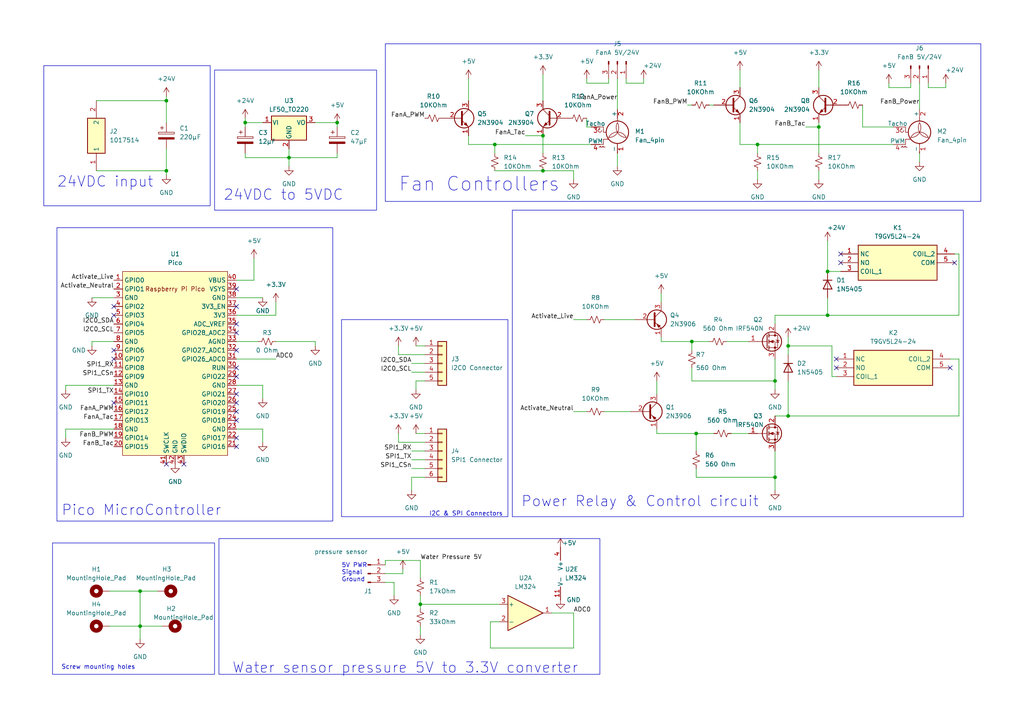
<source format=kicad_sch>
(kicad_sch (version 20230121) (generator eeschema)
  (paper "A4")
  (title_block (title "Pressure Controlled Power Outlet") (date "2024-07-18") (rev "V1.2.3") (company "Brian Banas"))
  (lib_symbols
    (symbol "Amplifier_Operational:LM324" (pin_names (offset 0.127))
      (property "Reference" "U" (at 0 5.08 0))
      (property "Value" "LM324" (at 0 -5.08 0))
      (symbol "LM324_1_1"
        (pin output line (at 7.62 0 180) (length 2.54) (name "~") (number "1"))
        (pin input line (at -7.62 -2.54 0) (length 2.54) (name "-") (number "2"))
        (pin input line (at -7.62 2.54 0) (length 2.54) (name "+") (number "3"))
      )
      (symbol "LM324_2_1"
        (pin input line (at -7.62 2.54 0) (length 2.54) (name "+") (number "5"))
        (pin input line (at -7.62 -2.54 0) (length 2.54) (name "-") (number "6"))
        (pin output line (at 7.62 0 180) (length 2.54) (name "~") (number "7"))
      )
      (symbol "LM324_3_1"
        (pin input line (at -7.62 2.54 0) (length 2.54) (name "+") (number "10"))
        (pin output line (at 7.62 0 180) (length 2.54) (name "~") (number "8"))
        (pin input line (at -7.62 -2.54 0) (length 2.54) (name "-") (number "9"))
      )
      (symbol "LM324_4_1"
        (pin input line (at -7.62 2.54 0) (length 2.54) (name "+") (number "12"))
        (pin input line (at -7.62 -2.54 0) (length 2.54) (name "-") (number "13"))
        (pin output line (at 7.62 0 180) (length 2.54) (name "~") (number "14"))
      )
      (symbol "LM324_5_1"
        (pin power_in line (at -2.54 -7.62 90) (length 3.81) (name "V-") (number "11"))
        (pin power_in line (at -2.54 7.62 270) (length 3.81) (name "V+") (number "4"))
      )
    )
    (symbol "Connector:Conn_01x03_Pin" (pin_names (offset 1.016) hide)
      (property "Reference" "J" (at 0 5.08 0))
      (property "Value" "Conn_01x03_Pin" (at 0 -5.08 0))
      (symbol "Conn_01x03_Pin_1_1"
        (pin passive line (at 5.08 2.54 180) (length 3.81) (name "Pin_1") (number "1"))
        (pin passive line (at 5.08 0 180) (length 3.81) (name "Pin_2") (number "2"))
        (pin passive line (at 5.08 -2.54 180) (length 3.81) (name "Pin_3") (number "3"))
      )
    )
    (symbol "Connector_Generic:Conn_01x05" (pin_names (offset 1.016) hide)
      (property "Reference" "J" (at 0 7.62 0))
      (property "Value" "Conn_01x05" (at 0 -7.62 0))
      (symbol "Conn_01x05_1_1"
        (pin passive line (at -5.08 5.08 0) (length 3.81) (name "Pin_1") (number "1"))
        (pin passive line (at -5.08 2.54 0) (length 3.81) (name "Pin_2") (number "2"))
        (pin passive line (at -5.08 0 0) (length 3.81) (name "Pin_3") (number "3"))
        (pin passive line (at -5.08 -2.54 0) (length 3.81) (name "Pin_4") (number "4"))
        (pin passive line (at -5.08 -5.08 0) (length 3.81) (name "Pin_5") (number "5"))
      )
    )
    (symbol "Connector_Generic:Conn_01x06" (pin_names (offset 1.016) hide)
      (property "Reference" "J" (at 0 7.62 0))
      (property "Value" "Conn_01x06" (at 0 -10.16 0))
      (symbol "Conn_01x06_1_1"
        (pin passive line (at -5.08 5.08 0) (length 3.81) (name "Pin_1") (number "1"))
        (pin passive line (at -5.08 2.54 0) (length 3.81) (name "Pin_2") (number "2"))
        (pin passive line (at -5.08 0 0) (length 3.81) (name "Pin_3") (number "3"))
        (pin passive line (at -5.08 -2.54 0) (length 3.81) (name "Pin_4") (number "4"))
        (pin passive line (at -5.08 -5.08 0) (length 3.81) (name "Pin_5") (number "5"))
        (pin passive line (at -5.08 -7.62 0) (length 3.81) (name "Pin_6") (number "6"))
      )
    )
    (symbol "Device:C_Polarized" (pin_numbers hide) (pin_names (offset 0.254))
      (property "Reference" "C" (at 0.635 2.54 0))
      (property "Value" "C_Polarized" (at 0.635 -2.54 0))
      (symbol "C_Polarized_1_1"
        (pin passive line (at 0 3.81 270) (length 2.794) (name "~") (number "1"))
        (pin passive line (at 0 -3.81 90) (length 2.794) (name "~") (number "2"))
      )
    )
    (symbol "Device:R_Small_US" (pin_numbers hide) (pin_names (offset 0.254) hide)
      (property "Reference" "R" (at 0.762 0.508 0))
      (property "Value" "R_Small_US" (at 0.762 -1.016 0))
      (symbol "R_Small_US_1_1"
        (pin passive line (at 0 2.54 270) (length 1.016) (name "~") (number "1"))
        (pin passive line (at 0 -2.54 90) (length 1.016) (name "~") (number "2"))
      )
    )
    (symbol "Diode:1N5405" (pin_numbers hide) (pin_names hide)
      (property "Reference" "D" (at 0 2.54 0))
      (property "Value" "1N5405" (at 0 -2.54 0))
      (symbol "1N5405_1_1"
        (pin passive line (at -3.81 0 0) (length 2.54) (name "K") (number "1"))
        (pin passive line (at 3.81 0 180) (length 2.54) (name "A") (number "2"))
      )
    )
    (symbol "Extra:1017514"
      (property "Reference" "J" (at 16.51 7.62 0))
      (property "Value" "1017514" (at 16.51 5.08 0))
      (symbol "1017514_1_1"
        (pin passive line (at 0 0 0) (length 5.08) (name "1") (number "1"))
        (pin passive line (at 20.32 0 180) (length 5.08) (name "2") (number "2"))
      )
    )
    (symbol "Extra:T9GV5L24-24"
      (property "Reference" "K" (at 29.21 7.62 0))
      (property "Value" "T9GV5L24-24" (at 29.21 5.08 0))
      (symbol "T9GV5L24-24_1_1"
        (pin passive line (at 0 0 0) (length 5.08) (name "NC") (number "1"))
        (pin passive line (at 0 -2.54 0) (length 5.08) (name "NO") (number "2"))
        (pin passive line (at 0 -5.08 0) (length 5.08) (name "COIL_1") (number "3"))
        (pin passive line (at 33.02 0 180) (length 5.08) (name "COIL_2") (number "4"))
        (pin passive line (at 33.02 -2.54 180) (length 5.08) (name "COM") (number "5"))
      )
    )
    (symbol "MCU_RaspberryPi_and_Boards:Pico"
      (property "Reference" "U" (at -13.97 27.94 0))
      (property "Value" "Pico" (at 0 19.05 0))
      (symbol "Pico_0_0"
        (text "Raspberry Pi Pico" (at 0 21.59 0) (effects (font (size 1.27 1.27))))
      )
      (symbol "Pico_1_1"
        (pin bidirectional line (at -17.78 24.13 0) (length 2.54) (name "GPIO0") (number "1"))
        (pin bidirectional line (at -17.78 1.27 0) (length 2.54) (name "GPIO7") (number "10"))
        (pin bidirectional line (at -17.78 -1.27 0) (length 2.54) (name "GPIO8") (number "11"))
        (pin bidirectional line (at -17.78 -3.81 0) (length 2.54) (name "GPIO9") (number "12"))
        (pin power_in line (at -17.78 -6.35 0) (length 2.54) (name "GND") (number "13"))
        (pin bidirectional line (at -17.78 -8.89 0) (length 2.54) (name "GPIO10") (number "14"))
        (pin bidirectional line (at -17.78 -11.43 0) (length 2.54) (name "GPIO11") (number "15"))
        (pin bidirectional line (at -17.78 -13.97 0) (length 2.54) (name "GPIO12") (number "16"))
        (pin bidirectional line (at -17.78 -16.51 0) (length 2.54) (name "GPIO13") (number "17"))
        (pin power_in line (at -17.78 -19.05 0) (length 2.54) (name "GND") (number "18"))
        (pin bidirectional line (at -17.78 -21.59 0) (length 2.54) (name "GPIO14") (number "19"))
        (pin bidirectional line (at -17.78 21.59 0) (length 2.54) (name "GPIO1") (number "2"))
        (pin bidirectional line (at -17.78 -24.13 0) (length 2.54) (name "GPIO15") (number "20"))
        (pin bidirectional line (at 17.78 -24.13 180) (length 2.54) (name "GPIO16") (number "21"))
        (pin bidirectional line (at 17.78 -21.59 180) (length 2.54) (name "GPIO17") (number "22"))
        (pin power_in line (at 17.78 -19.05 180) (length 2.54) (name "GND") (number "23"))
        (pin bidirectional line (at 17.78 -16.51 180) (length 2.54) (name "GPIO18") (number "24"))
        (pin bidirectional line (at 17.78 -13.97 180) (length 2.54) (name "GPIO19") (number "25"))
        (pin bidirectional line (at 17.78 -11.43 180) (length 2.54) (name "GPIO20") (number "26"))
        (pin bidirectional line (at 17.78 -8.89 180) (length 2.54) (name "GPIO21") (number "27"))
        (pin power_in line (at 17.78 -6.35 180) (length 2.54) (name "GND") (number "28"))
        (pin bidirectional line (at 17.78 -3.81 180) (length 2.54) (name "GPIO22") (number "29"))
        (pin power_in line (at -17.78 19.05 0) (length 2.54) (name "GND") (number "3"))
        (pin input line (at 17.78 -1.27 180) (length 2.54) (name "RUN") (number "30"))
        (pin bidirectional line (at 17.78 1.27 180) (length 2.54) (name "GPIO26_ADC0") (number "31"))
        (pin bidirectional line (at 17.78 3.81 180) (length 2.54) (name "GPIO27_ADC1") (number "32"))
        (pin power_in line (at 17.78 6.35 180) (length 2.54) (name "AGND") (number "33"))
        (pin bidirectional line (at 17.78 8.89 180) (length 2.54) (name "GPIO28_ADC2") (number "34"))
        (pin power_in line (at 17.78 11.43 180) (length 2.54) (name "ADC_VREF") (number "35"))
        (pin power_in line (at 17.78 13.97 180) (length 2.54) (name "3V3") (number "36"))
        (pin input line (at 17.78 16.51 180) (length 2.54) (name "3V3_EN") (number "37"))
        (pin bidirectional line (at 17.78 19.05 180) (length 2.54) (name "GND") (number "38"))
        (pin power_in line (at 17.78 21.59 180) (length 2.54) (name "VSYS") (number "39"))
        (pin bidirectional line (at -17.78 16.51 0) (length 2.54) (name "GPIO2") (number "4"))
        (pin power_in line (at 17.78 24.13 180) (length 2.54) (name "VBUS") (number "40"))
        (pin input line (at -2.54 -29.21 90) (length 2.54) (name "SWCLK") (number "41"))
        (pin power_in line (at 0 -29.21 90) (length 2.54) (name "GND") (number "42"))
        (pin bidirectional line (at 2.54 -29.21 90) (length 2.54) (name "SWDIO") (number "43"))
        (pin bidirectional line (at -17.78 13.97 0) (length 2.54) (name "GPIO3") (number "5"))
        (pin bidirectional line (at -17.78 11.43 0) (length 2.54) (name "GPIO4") (number "6"))
        (pin bidirectional line (at -17.78 8.89 0) (length 2.54) (name "GPIO5") (number "7"))
        (pin power_in line (at -17.78 6.35 0) (length 2.54) (name "GND") (number "8"))
        (pin bidirectional line (at -17.78 3.81 0) (length 2.54) (name "GPIO6") (number "9"))
      )
    )
    (symbol "Mechanical:MountingHole_Pad" (pin_numbers hide) (pin_names (offset 1.016) hide)
      (property "Reference" "H" (at 0 6.35 0))
      (property "Value" "MountingHole_Pad" (at 0 4.445 0))
      (symbol "MountingHole_Pad_1_1"
        (pin input line (at 0 -2.54 90) (length 2.54) (name "1") (number "1"))
      )
    )
    (symbol "Motor:Fan_4pin" (pin_names (offset 0))
      (property "Reference" "M" (at 2.54 5.08 0))
      (property "Value" "Fan_4pin" (at 2.54 -2.54 0))
      (symbol "Fan_4pin_1_1"
        (pin passive line (at 0 -5.08 90) (length 2.54) (name "-") (number "1"))
        (pin passive line (at 0 7.62 270) (length 2.54) (name "+") (number "2"))
        (pin passive line (at -7.62 2.54 0) (length 2.54) (name "Tacho") (number "3"))
        (pin input line (at -7.62 -2.54 0) (length 2.54) (name "PWM") (number "4"))
      )
    )
    (symbol "Regulator_Linear:LF50_TO220" (pin_names (offset 0.254))
      (property "Reference" "U" (at -3.81 3.175 0))
      (property "Value" "LF50_TO220" (at 0 3.175 0))
      (symbol "LF50_TO220_1_1"
        (pin power_in line (at -7.62 0 0) (length 2.54) (name "VI") (number "1"))
        (pin power_in line (at 0 -7.62 90) (length 2.54) (name "GND") (number "2"))
        (pin power_out line (at 7.62 0 180) (length 2.54) (name "VO") (number "3"))
      )
    )
    (symbol "Transistor_BJT:2N3904" (pin_names (offset 0) hide)
      (property "Reference" "Q" (at 5.08 1.905 0))
      (property "Value" "2N3904" (at 5.08 0 0))
      (symbol "2N3904_1_1"
        (pin passive line (at 2.54 -5.08 90) (length 2.54) (name "E") (number "1"))
        (pin passive line (at -5.08 0 0) (length 5.715) (name "B") (number "2"))
        (pin passive line (at 2.54 5.08 270) (length 2.54) (name "C") (number "3"))
      )
    )
    (symbol "Transistor_BJT:2N3906" (pin_names (offset 0) hide)
      (property "Reference" "Q" (at 5.08 1.905 0))
      (property "Value" "2N3906" (at 5.08 0 0))
      (symbol "2N3906_1_1"
        (pin passive line (at 2.54 -5.08 90) (length 2.54) (name "E") (number "1"))
        (pin input line (at -5.08 0 0) (length 5.715) (name "B") (number "2"))
        (pin passive line (at 2.54 5.08 270) (length 2.54) (name "C") (number "3"))
      )
    )
    (symbol "Transistor_FET:IRF540N" (pin_names hide)
      (property "Reference" "Q" (at 5.08 1.905 0))
      (property "Value" "IRF540N" (at 5.08 0 0))
      (symbol "IRF540N_1_1"
        (pin input line (at -5.08 0 0) (length 2.54) (name "G") (number "1"))
        (pin passive line (at 2.54 5.08 270) (length 2.54) (name "D") (number "2"))
        (pin passive line (at 2.54 -5.08 90) (length 2.54) (name "S") (number "3"))
      )
    )
    (symbol "power:+24V" (power) (pin_names (offset 0))
      (property "Value" "+24V" (at 0 3.556 0))
      (symbol "+24V_1_1"
        (pin power_in line (at 0 0 90) (length 0) hide (name "+24V") (number "1"))
      )
    )
    (symbol "power:+3.3V" (power) (pin_names (offset 0))
      (property "Value" "+3.3V" (at 0 3.556 0))
      (symbol "+3.3V_1_1"
        (pin power_in line (at 0 0 90) (length 0) hide (name "+3.3V") (number "1"))
      )
    )
    (symbol "power:+5V" (power) (pin_names (offset 0))
      (property "Value" "+5V" (at 0 3.556 0))
      (symbol "+5V_1_1"
        (pin power_in line (at 0 0 90) (length 0) hide (name "+5V") (number "1"))
      )
    )
    (symbol "power:GND" (power) (pin_names (offset 0))
      (property "Value" "GND" (at 0 -3.81 0))
      (symbol "GND_1_1"
        (pin power_in line (at 0 0 270) (length 0) hide (name "GND") (number "1"))
      )
    )
  )
  (junction (at 219.71 41.91))
  (junction (at 121.92 175.26))
  (junction (at 40.64 171.45))
  (junction (at 201.93 125.73))
  (junction (at 228.6 120.65))
  (junction (at 83.82 45.72))
  (junction (at 157.48 49.53))
  (junction (at 224.79 110.49))
  (junction (at 157.48 39.37))
  (junction (at 200.66 99.06))
  (junction (at 48.26 49.53))
  (junction (at 240.03 78.74))
  (junction (at 71.12 35.56))
  (junction (at 40.64 181.61))
  (junction (at 48.26 29.21))
  (junction (at 143.51 41.91))
  (junction (at 237.49 36.83))
  (junction (at 228.6 100.33))
  (junction (at 97.79 35.56))
  (junction (at 240.03 91.44))
  (junction (at 224.79 138.43))
  (no_connect (at 68.58 101.6))
  (no_connect (at 242.57 106.68))
  (no_connect (at 53.34 134.62))
  (no_connect (at 48.26 134.62))
  (no_connect (at 243.84 76.2))
  (no_connect (at 68.58 129.54))
  (no_connect (at 33.02 91.44))
  (no_connect (at 68.58 127))
  (no_connect (at 68.58 114.3))
  (no_connect (at 243.84 73.66))
  (no_connect (at 68.58 83.82))
  (no_connect (at 33.02 104.14))
  (no_connect (at 275.59 106.68))
  (no_connect (at 68.58 109.22))
  (no_connect (at 68.58 93.98))
  (no_connect (at 33.02 116.84))
  (no_connect (at 33.02 88.9))
  (no_connect (at 68.58 88.9))
  (no_connect (at 276.86 76.2))
  (no_connect (at 68.58 119.38))
  (no_connect (at 68.58 116.84))
  (no_connect (at 68.58 106.68))
  (no_connect (at 242.57 104.14))
  (no_connect (at 68.58 121.92))
  (no_connect (at 68.58 96.52))
  (no_connect (at 33.02 101.6))
  (wire (pts (xy 48.26 49.53) (xy 48.26 50.8)))
  (wire (pts (xy 68.58 91.44) (xy 80.01 91.44)))
  (wire (pts (xy 257.81 25.4) (xy 264.16 25.4)))
  (wire (pts (xy 91.44 100.33) (xy 91.44 99.06)))
  (wire (pts (xy 274.32 24.13) (xy 274.32 25.4)))
  (wire (pts (xy 191.77 85.09) (xy 191.77 87.63)))
  (wire (pts (xy 48.26 29.21) (xy 48.26 35.56)))
  (wire (pts (xy 115.57 125.73) (xy 115.57 128.27)))
  (wire (pts (xy 190.5 110.49) (xy 190.5 114.3)))
  (wire (pts (xy 170.18 24.13) (xy 176.53 24.13)))
  (wire (pts (xy 219.71 41.91) (xy 214.63 41.91)))
  (wire (pts (xy 278.13 73.66) (xy 276.86 73.66)))
  (wire (pts (xy 191.77 99.06) (xy 200.66 99.06)))
  (wire (pts (xy 237.49 20.32) (xy 237.49 25.4)))
  (wire (pts (xy 176.53 24.13) (xy 176.53 22.86)))
  (wire (pts (xy 242.57 109.22) (xy 241.3 109.22)))
  (wire (pts (xy 157.48 21.59) (xy 157.48 29.21)))
  (wire (pts (xy 199.39 30.48) (xy 200.66 30.48)))
  (wire (pts (xy 160.02 177.8) (xy 166.37 177.8)))
  (wire (pts (xy 76.2 124.46) (xy 68.58 124.46)))
  (wire (pts (xy 250.19 30.48) (xy 250.19 36.83)))
  (wire (pts (xy 179.07 22.86) (xy 179.07 31.75)))
  (wire (pts (xy 166.37 119.38) (xy 170.18 119.38)))
  (wire (pts (xy 241.3 100.33) (xy 228.6 100.33)))
  (wire (pts (xy 166.37 52.07) (xy 166.37 49.53)))
  (wire (pts (xy 274.32 25.4) (xy 269.24 25.4)))
  (wire (pts (xy 181.61 24.13) (xy 181.61 22.86)))
  (wire (pts (xy 19.05 111.76) (xy 33.02 111.76)))
  (wire (pts (xy 237.49 35.56) (xy 237.49 36.83)))
  (wire (pts (xy 152.4 39.37) (xy 157.48 39.37)))
  (wire (pts (xy 142.24 187.96) (xy 142.24 180.34)))
  (wire (pts (xy 40.64 171.45) (xy 45.72 171.45)))
  (wire (pts (xy 121.92 175.26) (xy 121.92 176.53)))
  (wire (pts (xy 111.76 162.56) (xy 111.76 163.83)))
  (wire (pts (xy 190.5 125.73) (xy 190.5 124.46)))
  (wire (pts (xy 116.84 166.37) (xy 116.84 165.1)))
  (wire (pts (xy 76.2 128.27) (xy 76.2 124.46)))
  (wire (pts (xy 73.66 81.28) (xy 68.58 81.28)))
  (wire (pts (xy 266.7 44.45) (xy 266.7 46.99)))
  (wire (pts (xy 190.5 125.73) (xy 201.93 125.73)))
  (wire (pts (xy 269.24 25.4) (xy 269.24 24.13)))
  (wire (pts (xy 97.79 45.72) (xy 83.82 45.72)))
  (wire (pts (xy 71.12 36.83) (xy 71.12 35.56)))
  (wire (pts (xy 278.13 120.65) (xy 278.13 104.14)))
  (wire (pts (xy 241.3 109.22) (xy 241.3 100.33)))
  (wire (pts (xy 266.7 24.13) (xy 266.7 31.75)))
  (wire (pts (xy 80.01 104.14) (xy 68.58 104.14)))
  (wire (pts (xy 170.18 34.29) (xy 170.18 36.83)))
  (wire (pts (xy 80.01 99.06) (xy 91.44 99.06)))
  (wire (pts (xy 224.79 104.14) (xy 224.79 110.49)))
  (wire (pts (xy 31.75 181.61) (xy 40.64 181.61)))
  (wire (pts (xy 115.57 128.27) (xy 123.19 128.27)))
  (wire (pts (xy 71.12 45.72) (xy 83.82 45.72)))
  (wire (pts (xy 114.3 172.72) (xy 114.3 168.91)))
  (wire (pts (xy 26.67 86.36) (xy 33.02 86.36)))
  (wire (pts (xy 237.49 36.83) (xy 237.49 44.45)))
  (wire (pts (xy 200.66 99.06) (xy 205.74 99.06)))
  (wire (pts (xy 224.79 120.65) (xy 228.6 120.65)))
  (wire (pts (xy 205.74 30.48) (xy 207.01 30.48)))
  (wire (pts (xy 214.63 20.32) (xy 214.63 25.4)))
  (wire (pts (xy 228.6 120.65) (xy 278.13 120.65)))
  (wire (pts (xy 237.49 49.53) (xy 237.49 52.07)))
  (wire (pts (xy 135.89 39.37) (xy 135.89 41.91)))
  (wire (pts (xy 40.64 185.42) (xy 40.64 181.61)))
  (wire (pts (xy 115.57 100.33) (xy 115.57 102.87)))
  (wire (pts (xy 68.58 86.36) (xy 76.2 86.36)))
  (wire (pts (xy 166.37 92.71) (xy 170.18 92.71)))
  (wire (pts (xy 186.69 24.13) (xy 181.61 24.13)))
  (wire (pts (xy 228.6 100.33) (xy 228.6 97.79)))
  (wire (pts (xy 157.48 39.37) (xy 157.48 44.45)))
  (wire (pts (xy 200.66 110.49) (xy 224.79 110.49)))
  (wire (pts (xy 166.37 187.96) (xy 142.24 187.96)))
  (wire (pts (xy 40.64 181.61) (xy 40.64 171.45)))
  (wire (pts (xy 119.38 105.41) (xy 123.19 105.41)))
  (wire (pts (xy 201.93 125.73) (xy 207.01 125.73)))
  (wire (pts (xy 240.03 91.44) (xy 278.13 91.44)))
  (wire (pts (xy 80.01 91.44) (xy 80.01 87.63)))
  (wire (pts (xy 157.48 49.53) (xy 143.51 49.53)))
  (wire (pts (xy 175.26 119.38) (xy 182.88 119.38)))
  (wire (pts (xy 31.75 171.45) (xy 40.64 171.45)))
  (wire (pts (xy 26.67 100.33) (xy 26.67 99.06)))
  (wire (pts (xy 264.16 25.4) (xy 264.16 24.13)))
  (wire (pts (xy 250.19 36.83) (xy 259.08 36.83)))
  (wire (pts (xy 278.13 104.14) (xy 275.59 104.14)))
  (wire (pts (xy 210.82 99.06) (xy 217.17 99.06)))
  (wire (pts (xy 278.13 91.44) (xy 278.13 73.66)))
  (wire (pts (xy 212.09 125.73) (xy 217.17 125.73)))
  (wire (pts (xy 166.37 49.53) (xy 157.48 49.53)))
  (wire (pts (xy 120.65 125.73) (xy 123.19 125.73)))
  (wire (pts (xy 73.66 74.93) (xy 73.66 81.28)))
  (wire (pts (xy 76.2 111.76) (xy 68.58 111.76)))
  (wire (pts (xy 121.92 162.56) (xy 121.92 167.64)))
  (wire (pts (xy 97.79 35.56) (xy 91.44 35.56)))
  (wire (pts (xy 120.65 113.03) (xy 120.65 110.49)))
  (wire (pts (xy 119.38 107.95) (xy 123.19 107.95)))
  (wire (pts (xy 119.38 133.35) (xy 123.19 133.35)))
  (wire (pts (xy 228.6 102.87) (xy 228.6 100.33)))
  (wire (pts (xy 170.18 24.13) (xy 170.18 22.86)))
  (wire (pts (xy 119.38 138.43) (xy 123.19 138.43)))
  (wire (pts (xy 76.2 115.57) (xy 76.2 111.76)))
  (wire (pts (xy 240.03 78.74) (xy 243.84 78.74)))
  (wire (pts (xy 259.08 41.91) (xy 219.71 41.91)))
  (wire (pts (xy 201.93 135.89) (xy 201.93 138.43)))
  (wire (pts (xy 27.94 29.21) (xy 48.26 29.21)))
  (wire (pts (xy 121.92 175.26) (xy 144.78 175.26)))
  (wire (pts (xy 200.66 99.06) (xy 200.66 101.6)))
  (wire (pts (xy 19.05 124.46) (xy 33.02 124.46)))
  (wire (pts (xy 114.3 168.91) (xy 111.76 168.91)))
  (wire (pts (xy 119.38 142.24) (xy 119.38 138.43)))
  (wire (pts (xy 143.51 41.91) (xy 143.51 44.45)))
  (wire (pts (xy 142.24 180.34) (xy 144.78 180.34)))
  (wire (pts (xy 121.92 172.72) (xy 121.92 175.26)))
  (wire (pts (xy 224.79 138.43) (xy 224.79 142.24)))
  (wire (pts (xy 228.6 110.49) (xy 228.6 120.65)))
  (wire (pts (xy 201.93 125.73) (xy 201.93 130.81)))
  (wire (pts (xy 71.12 35.56) (xy 76.2 35.56)))
  (wire (pts (xy 224.79 91.44) (xy 224.79 93.98)))
  (wire (pts (xy 200.66 106.68) (xy 200.66 110.49)))
  (wire (pts (xy 224.79 91.44) (xy 240.03 91.44)))
  (wire (pts (xy 240.03 78.74) (xy 240.03 69.85)))
  (wire (pts (xy 83.82 48.26) (xy 83.82 45.72)))
  (wire (pts (xy 179.07 44.45) (xy 179.07 48.26)))
  (wire (pts (xy 240.03 86.36) (xy 240.03 91.44)))
  (wire (pts (xy 71.12 34.29) (xy 71.12 35.56)))
  (wire (pts (xy 175.26 92.71) (xy 184.15 92.71)))
  (wire (pts (xy 214.63 41.91) (xy 214.63 35.56)))
  (wire (pts (xy 219.71 52.07) (xy 219.71 49.53)))
  (wire (pts (xy 111.76 162.56) (xy 121.92 162.56)))
  (wire (pts (xy 48.26 27.94) (xy 48.26 29.21)))
  (wire (pts (xy 119.38 135.89) (xy 123.19 135.89)))
  (wire (pts (xy 48.26 43.18) (xy 48.26 49.53)))
  (wire (pts (xy 26.67 99.06) (xy 33.02 99.06)))
  (wire (pts (xy 191.77 99.06) (xy 191.77 97.79)))
  (wire (pts (xy 119.38 130.81) (xy 123.19 130.81)))
  (wire (pts (xy 68.58 99.06) (xy 74.93 99.06)))
  (wire (pts (xy 186.69 22.86) (xy 186.69 24.13)))
  (wire (pts (xy 135.89 41.91) (xy 143.51 41.91)))
  (wire (pts (xy 135.89 22.86) (xy 135.89 29.21)))
  (wire (pts (xy 257.81 24.13) (xy 257.81 25.4)))
  (wire (pts (xy 83.82 43.18) (xy 83.82 45.72)))
  (wire (pts (xy 19.05 127) (xy 19.05 124.46)))
  (wire (pts (xy 237.49 36.83) (xy 233.68 36.83)))
  (wire (pts (xy 120.65 110.49) (xy 123.19 110.49)))
  (wire (pts (xy 201.93 138.43) (xy 224.79 138.43)))
  (wire (pts (xy 120.65 100.33) (xy 123.19 100.33)))
  (wire (pts (xy 143.51 41.91) (xy 171.45 41.91)))
  (wire (pts (xy 115.57 102.87) (xy 123.19 102.87)))
  (wire (pts (xy 224.79 130.81) (xy 224.79 138.43)))
  (wire (pts (xy 219.71 44.45) (xy 219.71 41.91)))
  (wire (pts (xy 27.94 49.53) (xy 48.26 49.53)))
  (wire (pts (xy 97.79 44.45) (xy 97.79 45.72)))
  (wire (pts (xy 170.18 36.83) (xy 171.45 36.83)))
  (wire (pts (xy 97.79 36.83) (xy 97.79 35.56)))
  (wire (pts (xy 166.37 177.8) (xy 166.37 187.96)))
  (wire (pts (xy 121.92 181.61) (xy 121.92 184.15)))
  (wire (pts (xy 111.76 166.37) (xy 116.84 166.37)))
  (wire (pts (xy 19.05 113.03) (xy 19.05 111.76)))
  (wire (pts (xy 224.79 110.49) (xy 224.79 113.03)))
  (wire (pts (xy 71.12 45.72) (xy 71.12 44.45)))
  (wire (pts (xy 46.99 181.61) (xy 40.64 181.61)))
  (rectangle (start 111.76 12.7) (end 284.48 58.42))
  (rectangle (start 99.06 92.71) (end 147.32 149.86))
  (rectangle (start 62.23 20.32) (end 109.22 60.96))
  (rectangle (start 15.24 157.48) (end 62.23 195.58))
  (rectangle (start 63.5 156.21) (end 173.99 195.58))
  (rectangle (start 12.7 19.05) (end 60.96 59.69))
  (rectangle (start 16.51 66.04) (end 96.52 151.13))
  (rectangle (start 148.59 60.96) (end 279.4 149.86))
  (text "Screw mounting holes" (at 17.78 194.31 0) (effects (font (size 1.27 1.27)) (justify left bottom)))
  (text "24VDC input" (at 16.51 54.61 0) (effects (font (size 3 3)) (justify left bottom)))
  (text "Power Relay & Control circuit" (at 151.13 147.32 0) (effects (font (size 3 3)) (justify left bottom)))
  (text "5V PWR\nSignal\nGround" (at 99.06 168.91 0) (effects (font (size 1.27 1.27)) (justify left bottom)))
  (text "Pico MicroController" (at 17.78 149.86 0) (effects (font (size 3 3)) (justify left bottom)))
  (text "Fan Controllers" (at 115.57 55.88 0) (effects (font (size 4 4)) (justify left bottom)))
  (text "I2C & SPI Connectors" (at 124.46 149.86 0) (effects (font (size 1.27 1.27)) (justify left bottom)))
  (text "24VDC to 5VDC" (at 64.77 58.42 0) (effects (font (size 3 3)) (justify left bottom)))
  (text "Water sensor pressure 5V to 3.3V converter" (at 67.31 195.58 0) (effects (font (size 3 3)) (justify left bottom)))
  (label "I2C0_SDA" (at 119.38 105.41 180))
  (label "SPI1_TX" (at 33.02 114.3 180))
  (label "SPI1_CSn" (at 119.38 135.89 180))
  (label "FanB_Power" (at 266.7 30.48 180))
  (label "Activate_Neutral" (at 33.02 83.82 180))
  (label "FanA_Power" (at 179.07 29.21 180))
  (label "I2C0_SDA" (at 33.02 93.98 180))
  (label "Activate_Neutral" (at 166.37 119.38 180))
  (label "SPI1_TX" (at 119.38 133.35 180))
  (label "Activate_Live" (at 166.37 92.71 180))
  (label "ADC0" (at 80.01 104.14 0))
  (label "FanA_Tac" (at 152.4 39.37 180))
  (label "FanA_PWM" (at 123.19 34.29 180))
  (label "FanB_Tac" (at 233.68 36.83 180))
  (label "SPI1_RX" (at 119.38 130.81 180))
  (label "FanA_Tac" (at 33.02 121.92 180))
  (label "ADC0" (at 166.37 177.8 0))
  (label "FanB_PWM" (at 199.39 30.48 180))
  (label "SPI1_CSn" (at 33.02 109.22 180))
  (label "FanB_Tac" (at 33.02 129.54 180))
  (label "Activate_Live" (at 33.02 81.28 180))
  (label "SPI1_RX" (at 33.02 106.68 180))
  (label "I2C0_SCL" (at 119.38 107.95 180))
  (label "Water Pressure 5V" (at 121.92 162.56 0))
  (label "FanB_PWM" (at 33.02 127 180))
  (label "FanA_PWM" (at 33.02 119.38 180))
  (label "I2C0_SCL" (at 33.02 96.52 180))
  (symbol (lib_id "Device:R_Small_US") (at 172.72 92.71 90) (unit 1)
    (property "Reference" "R8" (at 172.72 86.36 90))
    (property "Value" "10KOhm" (at 172.72 88.9 90))
    (property "Footprint" "Resistor_THT:R_Axial_DIN0207_L6.3mm_D2.5mm_P2.54mm_Vertical" (effects hide))
  )
  (symbol (lib_id "Mechanical:MountingHole_Pad") (at 29.21 171.45 90) (unit 1)
    (property "Reference" "H1" (at 27.94 165.1 90))
    (property "Value" "MountingHole_Pad" (at 27.94 167.64 90))
    (property "Footprint" "MountingHole:MountingHole_2.2mm_M2_Pad" (effects hide))
  )
  (symbol (lib_id "power:+5V") (at 162.56 158.75 0) (unit 1)
    (property "Reference" "#PWR025" (effects hide))
    (property "Value" "+5V" (at 165.1 157.48 0))
  )
  (symbol (lib_id "power:GND") (at 50.8 134.62 0) (unit 1)
    (property "Reference" "#PWR05" (effects hide))
    (property "Value" "GND" (at 50.8 139.7 0))
  )
  (symbol (lib_id "Transistor_FET:IRF540N") (at 222.25 125.73 0) (unit 1)
    (property "Reference" "Q3" (at 218.44 120.65 0) (effects (justify left)))
    (property "Value" "IRF540N" (at 213.36 123.19 0) (effects (justify left)))
    (property "Footprint" "Package_TO_SOT_THT:TO-220-3_Vertical" (effects hide))
    (property "Datasheet" "http://www.irf.com/product-info/datasheets/data/irf540n.pdf" (effects hide))
  )
  (symbol (lib_id "Mechanical:MountingHole_Pad") (at 48.26 171.45 270) (unit 1)
    (property "Reference" "H3" (at 46.99 165.1 90) (effects (justify left)))
    (property "Value" "MountingHole_Pad" (at 39.37 167.64 90) (effects (justify left)))
    (property "Footprint" "MountingHole:MountingHole_2.2mm_M2_Pad" (effects hide))
  )
  (symbol (lib_id "Device:R_Small_US") (at 121.92 170.18 0) (unit 1)
    (property "Reference" "R1" (at 124.46 168.91 0) (effects (justify left)))
    (property "Value" "17kOhm" (at 124.46 171.45 0) (effects (justify left)))
    (property "Footprint" "Resistor_THT:R_Axial_DIN0207_L6.3mm_D2.5mm_P2.54mm_Vertical" (effects hide))
  )
  (symbol (lib_id "Device:R_Small_US") (at 219.71 46.99 180) (unit 1)
    (property "Reference" "R15" (at 222.25 45.72 0) (effects (justify right)))
    (property "Value" "10KOhm" (at 222.25 48.26 0) (effects (justify right)))
    (property "Footprint" "Resistor_THT:R_Axial_DIN0207_L6.3mm_D2.5mm_P2.54mm_Vertical" (effects hide))
  )
  (symbol (lib_id "Device:C_Polarized") (at 71.12 40.64 0) (unit 1)
    (property "Reference" "C3" (at 74.93 38.481 0) (effects (justify left)))
    (property "Value" "12µF" (at 74.93 41.021 0) (effects (justify left)))
    (property "Footprint" "Capacitor_THT:CP_Radial_Tantal_D5.0mm_P2.50mm" (effects hide))
  )
  (symbol (lib_id "Transistor_BJT:2N3906") (at 187.96 119.38 0) (unit 1)
    (property "Reference" "Q1" (at 193.04 118.11 0) (effects (justify left)))
    (property "Value" "2N3906" (at 193.04 120.65 0) (effects (justify left)))
    (property "Footprint" "Package_TO_SOT_THT:TO-92_Inline" (effects hide))
    (property "Datasheet" "https://www.onsemi.com/pub/Collateral/2N3906-D.PDF" (effects hide))
  )
  (symbol (lib_id "Transistor_FET:IRF540N") (at 222.25 99.06 0) (unit 1)
    (property "Reference" "Q2" (at 218.44 92.71 0) (effects (justify left)))
    (property "Value" "IRF540N" (at 213.36 95.25 0) (effects (justify left)))
    (property "Footprint" "Package_TO_SOT_THT:TO-220-3_Vertical" (effects hide))
    (property "Datasheet" "http://www.irf.com/product-info/datasheets/data/irf540n.pdf" (effects hide))
  )
  (symbol (lib_id "power:+24V") (at 274.32 24.13 0) (unit 1)
    (property "Reference" "#PWR042" (effects hide))
    (property "Value" "+24V" (at 276.86 20.32 0))
  )
  (symbol (lib_id "power:+5V") (at 257.81 24.13 0) (unit 1)
    (property "Reference" "#PWR038" (effects hide))
    (property "Value" "+5V" (at 257.81 19.05 0))
  )
  (symbol (lib_id "Transistor_BJT:2N3904") (at 133.35 34.29 0) (unit 1)
    (property "Reference" "Q5" (at 138.43 33.02 0) (effects (justify left)))
    (property "Value" "2N3904" (at 138.43 35.56 0) (effects (justify left)))
    (property "Footprint" "Package_TO_SOT_THT:TO-92_Inline" (effects hide))
    (property "Datasheet" "https://www.onsemi.com/pub/Collateral/2N3903-D.PDF" (effects hide))
  )
  (symbol (lib_id "Transistor_BJT:2N3906") (at 189.23 92.71 0) (unit 1)
    (property "Reference" "Q4" (at 194.31 91.44 0) (effects (justify left)))
    (property "Value" "2N3906" (at 194.31 93.98 0) (effects (justify left)))
    (property "Footprint" "Package_TO_SOT_THT:TO-92_Inline" (effects hide))
    (property "Datasheet" "https://www.onsemi.com/pub/Collateral/2N3906-D.PDF" (effects hide))
  )
  (symbol (lib_id "Device:R_Small_US") (at 121.92 179.07 0) (unit 1)
    (property "Reference" "R2" (at 124.46 177.8 0) (effects (justify left)))
    (property "Value" "33kOhm" (at 124.46 180.34 0) (effects (justify left)))
    (property "Footprint" "Resistor_THT:R_Axial_DIN0207_L6.3mm_D2.5mm_P2.54mm_Vertical" (effects hide))
  )
  (symbol (lib_id "power:GND") (at 219.71 52.07 0) (unit 1)
    (property "Reference" "#PWR045" (effects hide))
    (property "Value" "GND" (at 219.71 57.15 0))
  )
  (symbol (lib_id "Device:R_Small_US") (at 203.2 30.48 90) (unit 1)
    (property "Reference" "R11" (at 203.2 24.13 90))
    (property "Value" "10KOhm" (at 203.2 26.67 90))
    (property "Footprint" "Resistor_THT:R_Axial_DIN0207_L6.3mm_D2.5mm_P2.54mm_Vertical" (effects hide))
  )
  (symbol (lib_id "power:GND") (at 76.2 128.27 0) (unit 1)
    (property "Reference" "#PWR06" (effects hide))
    (property "Value" "GND" (at 76.2 133.35 0))
  )
  (symbol (lib_id "Transistor_BJT:2N3904") (at 212.09 30.48 0) (unit 1)
    (property "Reference" "Q6" (at 217.17 29.21 0) (effects (justify left)))
    (property "Value" "2N3904" (at 217.17 31.75 0) (effects (justify left)))
    (property "Footprint" "Package_TO_SOT_THT:TO-92_Inline" (effects hide))
    (property "Datasheet" "https://www.onsemi.com/pub/Collateral/2N3903-D.PDF" (effects hide))
  )
  (symbol (lib_id "Device:R_Small_US") (at 247.65 30.48 90) (unit 1)
    (property "Reference" "R16" (at 247.65 24.13 90))
    (property "Value" "10KOhm" (at 247.65 26.67 90))
    (property "Footprint" "Resistor_THT:R_Axial_DIN0207_L6.3mm_D2.5mm_P2.54mm_Vertical" (effects hide))
  )
  (symbol (lib_id "Amplifier_Operational:LM324") (at 165.1 166.37 0) (unit 5)
    (property "Reference" "U2" (at 163.83 165.1 0) (effects (justify left)))
    (property "Value" "LM324" (at 163.83 167.64 0) (effects (justify left)))
    (property "Datasheet" "http://www.ti.com/lit/ds/symlink/lm2902-n.pdf" (effects hide))
  )
  (symbol (lib_id "Motor:Fan_4pin") (at 266.7 39.37 0) (unit 1)
    (property "Reference" "M2" (at 271.78 38.1 0) (effects (justify left)))
    (property "Value" "Fan_4pin" (at 271.78 40.64 0) (effects (justify left)))
    (property "Footprint" "Connector:FanPinHeader_1x04_P2.54mm_Vertical" (effects hide))
    (property "Datasheet" "http://www.formfactors.org/developer%5Cspecs%5Crev1_2_public.pdf" (effects hide))
  )
  (symbol (lib_id "Device:C_Polarized") (at 97.79 40.64 0) (unit 1)
    (property "Reference" "C2" (at 101.6 38.481 0) (effects (justify left)))
    (property "Value" "47µF" (at 101.6 41.021 0) (effects (justify left)))
    (property "Footprint" "Capacitor_THT:CP_Radial_D5.0mm_P2.00mm" (effects hide))
  )
  (symbol (lib_id "MCU_RaspberryPi_and_Boards:Pico") (at 50.8 105.41 0) (unit 1)
    (property "Reference" "U1" (at 50.8 73.66 0))
    (property "Value" "Pico" (at 50.8 76.2 0))
    (property "Footprint" "MCU_RaspberryPi_and_Boards:RPi_Pico_SMD_TH" (effects hide))
  )
  (symbol (lib_id "power:GND") (at 40.64 185.42 0) (unit 1)
    (property "Reference" "#PWR027" (effects hide))
    (property "Value" "GND" (at 40.64 190.5 0))
  )
  (symbol (lib_id "Mechanical:MountingHole_Pad") (at 49.53 181.61 270) (unit 1)
    (property "Reference" "H2" (at 48.26 176.53 90) (effects (justify left)))
    (property "Value" "MountingHole_Pad" (at 44.45 179.07 90) (effects (justify left)))
    (property "Footprint" "MountingHole:MountingHole_2.2mm_M2_Pad" (effects hide))
  )
  (symbol (lib_id "power:GND") (at 114.3 172.72 0) (unit 1)
    (property "Reference" "#PWR02" (effects hide))
    (property "Value" "GND" (at 114.3 177.8 0))
  )
  (symbol (lib_id "Device:R_Small_US") (at 208.28 99.06 90) (unit 1)
    (property "Reference" "R4" (at 208.28 92.71 90))
    (property "Value" "560 Ohm" (at 208.28 95.25 90))
    (property "Footprint" "Resistor_THT:R_Axial_DIN0207_L6.3mm_D2.5mm_P2.54mm_Vertical" (effects hide))
  )
  (symbol (lib_id "Transistor_BJT:2N3904") (at 240.03 30.48 0) (mirror y) (unit 1)
    (property "Reference" "Q8" (at 234.95 29.21 0) (effects (justify left)))
    (property "Value" "2N3904" (at 234.95 31.75 0) (effects (justify left)))
    (property "Footprint" "Package_TO_SOT_THT:TO-92_Inline" (effects hide))
    (property "Datasheet" "https://www.onsemi.com/pub/Collateral/2N3903-D.PDF" (effects hide))
  )
  (symbol (lib_id "power:GND") (at 76.2 115.57 0) (unit 1)
    (property "Reference" "#PWR07" (effects hide))
    (property "Value" "GND" (at 76.2 120.65 0))
  )
  (symbol (lib_id "power:GND") (at 91.44 100.33 0) (unit 1)
    (property "Reference" "#PWR04" (effects hide))
    (property "Value" "GND" (at 91.44 105.41 0))
  )
  (symbol (lib_id "power:+5V") (at 170.18 22.86 0) (unit 1)
    (property "Reference" "#PWR041" (effects hide))
    (property "Value" "+5V" (at 170.18 17.78 0))
  )
  (symbol (lib_id "Extra:1017514") (at 27.94 49.53 90) (unit 1)
    (property "Reference" "J2" (at 31.75 38.1 90) (effects (justify right)))
    (property "Value" "1017514" (at 31.75 40.64 90) (effects (justify right)))
    (property "Footprint" "Extra:1017514" (effects hide))
    (property "Datasheet" "https://datasheet.datasheetarchive.com/originals/distributors/DKDS40/DSANUWW004791.pdf" (effects hide))
    (property "Height" "23.6" (effects hide))
    (property "Mouser Part Number" "651-1017514" (effects hide))
    (property "Mouser Price/Stock" "https://www.mouser.co.uk/ProductDetail/Phoenix-Contact/1017514?qs=F5EMLAvA7IBNXXt%252B4%252BYDIg%3D%3D" (effects hide))
    (property "Manufacturer_Name" "Phoenix Contact" (effects hide))
    (property "Manufacturer_Part_Number" "1017514" (effects hide))
  )
  (symbol (lib_id "power:+3.3V") (at 115.57 125.73 0) (unit 1)
    (property "Reference" "#PWR031" (effects hide))
    (property "Value" "+3.3V" (at 115.57 120.65 0))
  )
  (symbol (lib_id "Device:R_Small_US") (at 77.47 99.06 90) (unit 1)
    (property "Reference" "R3" (at 77.47 96.52 90))
    (property "Value" "0 Ohm" (at 77.47 101.6 90))
    (property "Footprint" "Resistor_THT:R_Axial_DIN0207_L6.3mm_D2.5mm_P2.54mm_Vertical" (effects hide))
  )
  (symbol (lib_id "power:+5V") (at 120.65 125.73 0) (unit 1)
    (property "Reference" "#PWR028" (effects hide))
    (property "Value" "+5V" (at 120.65 120.65 0))
  )
  (symbol (lib_id "Connector_Generic:Conn_01x05") (at 128.27 105.41 0) (unit 1)
    (property "Reference" "J3" (at 130.81 104.14 0) (effects (justify left)))
    (property "Value" "I2C0 Connector" (at 130.81 106.68 0) (effects (justify left)))
    (property "Footprint" "Connector_PinHeader_2.54mm:PinHeader_1x05_P2.54mm_Vertical" (effects hide))
  )
  (symbol (lib_id "power:GND") (at 162.56 173.99 0) (unit 1)
    (property "Reference" "#PWR026" (effects hide))
    (property "Value" "GND" (at 166.37 173.99 0))
  )
  (symbol (lib_id "power:+24V") (at 228.6 97.79 0) (unit 1)
    (property "Reference" "#PWR024" (effects hide))
    (property "Value" "+24V" (at 232.41 95.25 0))
  )
  (symbol (lib_id "power:GND") (at 83.82 48.26 0) (unit 1)
    (property "Reference" "#PWR017" (effects hide))
    (property "Value" "GND" (at 83.82 53.34 0))
  )
  (symbol (lib_id "Amplifier_Operational:LM324") (at 152.4 177.8 0) (unit 1)
    (property "Reference" "U2" (at 152.4 167.64 0))
    (property "Value" "LM324" (at 152.4 170.18 0))
    (property "Footprint" "Package_DIP:DIP-14_W7.62mm_LongPads" (effects hide))
    (property "Datasheet" "http://www.ti.com/lit/ds/symlink/lm2902-n.pdf" (effects hide))
  )
  (symbol (lib_id "power:GND") (at 19.05 113.03 0) (unit 1)
    (property "Reference" "#PWR011" (effects hide))
    (property "Value" "GND" (at 19.05 118.11 0))
  )
  (symbol (lib_id "power:+5V") (at 191.77 85.09 0) (unit 1)
    (property "Reference" "#PWR021" (effects hide))
    (property "Value" "+5V" (at 191.77 80.01 0))
  )
  (symbol (lib_id "Diode:1N5405") (at 240.03 82.55 270) (unit 1)
    (property "Reference" "D1" (at 242.57 81.28 90) (effects (justify left)))
    (property "Value" "1N5405" (at 242.57 83.82 90) (effects (justify left)))
    (property "Footprint" "Diode_THT:D_DO-201AD_P15.24mm_Horizontal" (effects hide))
    (property "Datasheet" "http://www.vishay.com/docs/88516/1n5400.pdf" (effects hide))
    (property "Sim.Device" "D" (effects hide))
    (property "Sim.Pins" "1=K 2=A" (effects hide))
  )
  (symbol (lib_id "Device:R_Small_US") (at 201.93 133.35 180) (unit 1)
    (property "Reference" "R6" (at 204.47 132.08 0) (effects (justify right)))
    (property "Value" "560 Ohm" (at 204.47 134.62 0) (effects (justify right)))
    (property "Footprint" "Resistor_THT:R_Axial_DIN0207_L6.3mm_D2.5mm_P2.54mm_Vertical" (effects hide))
  )
  (symbol (lib_id "power:GND") (at 26.67 100.33 0) (unit 1)
    (property "Reference" "#PWR010" (effects hide))
    (property "Value" "GND" (at 22.86 101.6 0))
  )
  (symbol (lib_id "Motor:Fan_4pin") (at 179.07 39.37 0) (unit 1)
    (property "Reference" "M1" (at 184.15 38.1 0) (effects (justify left)))
    (property "Value" "Fan_4pin" (at 184.15 40.64 0) (effects (justify left)))
    (property "Footprint" "Connector:FanPinHeader_1x04_P2.54mm_Vertical" (effects hide))
    (property "Datasheet" "http://www.formfactors.org/developer%5Cspecs%5Crev1_2_public.pdf" (effects hide))
  )
  (symbol (lib_id "power:+3.3V") (at 80.01 87.63 0) (unit 1)
    (property "Reference" "#PWR030" (effects hide))
    (property "Value" "+3.3V" (at 80.01 82.55 0))
  )
  (symbol (lib_id "power:+5V") (at 214.63 20.32 0) (unit 1)
    (property "Reference" "#PWR040" (effects hide))
    (property "Value" "+5V" (at 214.63 15.24 0))
  )
  (symbol (lib_id "power:GND") (at 266.7 46.99 0) (unit 1)
    (property "Reference" "#PWR035" (effects hide))
    (property "Value" "GND" (at 266.7 52.07 0))
  )
  (symbol (lib_id "Device:R_Small_US") (at 167.64 34.29 90) (unit 1)
    (property "Reference" "R12" (at 167.64 27.94 90))
    (property "Value" "10KOhm" (at 167.64 30.48 90))
    (property "Footprint" "Resistor_THT:R_Axial_DIN0207_L6.3mm_D2.5mm_P2.54mm_Vertical" (effects hide))
  )
  (symbol (lib_id "Connector_Generic:Conn_01x06") (at 128.27 130.81 0) (unit 1)
    (property "Reference" "J4" (at 130.81 130.81 0) (effects (justify left)))
    (property "Value" "SPI1 Connector" (at 130.81 133.35 0) (effects (justify left)))
    (property "Footprint" "Connector_PinHeader_2.54mm:PinHeader_1x06_P2.54mm_Vertical" (effects hide))
  )
  (symbol (lib_id "Transistor_BJT:2N3904") (at 160.02 34.29 0) (mirror y) (unit 1)
    (property "Reference" "Q7" (at 154.94 33.02 0) (effects (justify left)))
    (property "Value" "2N3904" (at 154.94 35.56 0) (effects (justify left)))
    (property "Footprint" "Package_TO_SOT_THT:TO-92_Inline" (effects hide))
    (property "Datasheet" "https://www.onsemi.com/pub/Collateral/2N3903-D.PDF" (effects hide))
  )
  (symbol (lib_id "power:+5V") (at 120.65 100.33 0) (unit 1)
    (property "Reference" "#PWR029" (effects hide))
    (property "Value" "+5V" (at 120.65 95.25 0))
  )
  (symbol (lib_id "power:+24V") (at 240.03 69.85 0) (unit 1)
    (property "Reference" "#PWR023" (effects hide))
    (property "Value" "+24V" (at 242.57 66.04 0))
  )
  (symbol (lib_id "power:+5V") (at 116.84 165.1 0) (unit 1)
    (property "Reference" "#PWR01" (effects hide))
    (property "Value" "+5V" (at 116.84 160.02 0))
  )
  (symbol (lib_id "Device:R_Small_US") (at 209.55 125.73 90) (unit 1)
    (property "Reference" "R5" (at 209.55 119.38 90))
    (property "Value" "560 Ohm" (at 209.55 121.92 90))
    (property "Footprint" "Resistor_THT:R_Axial_DIN0207_L6.3mm_D2.5mm_P2.54mm_Vertical" (effects hide))
  )
  (symbol (lib_id "Device:R_Small_US") (at 200.66 104.14 0) (mirror x) (unit 1)
    (property "Reference" "R7" (at 204.47 102.87 0) (effects (justify right)))
    (property "Value" "560 Ohm" (at 210.82 106.68 0) (effects (justify right)))
    (property "Footprint" "Resistor_THT:R_Axial_DIN0207_L6.3mm_D2.5mm_P2.54mm_Vertical" (effects hide))
  )
  (symbol (lib_id "Device:R_Small_US") (at 237.49 46.99 180) (unit 1)
    (property "Reference" "R17" (at 240.03 45.72 0) (effects (justify right)))
    (property "Value" "10KOhm" (at 240.03 48.26 0) (effects (justify right)))
    (property "Footprint" "Resistor_THT:R_Axial_DIN0207_L6.3mm_D2.5mm_P2.54mm_Vertical" (effects hide))
  )
  (symbol (lib_id "power:GND") (at 19.05 127 0) (unit 1)
    (property "Reference" "#PWR012" (effects hide))
    (property "Value" "GND" (at 19.05 132.08 0))
  )
  (symbol (lib_id "power:GND") (at 121.92 184.15 0) (unit 1)
    (property "Reference" "#PWR03" (effects hide))
    (property "Value" "GND" (at 121.92 189.23 0))
  )
  (symbol (lib_id "power:+24V") (at 71.12 34.29 0) (unit 1)
    (property "Reference" "#PWR015" (effects hide))
    (property "Value" "+24V" (at 71.12 29.21 0))
  )
  (symbol (lib_id "Device:R_Small_US") (at 143.51 46.99 180) (unit 1)
    (property "Reference" "R14" (at 146.05 45.72 0) (effects (justify right)))
    (property "Value" "10KOhm" (at 146.05 48.26 0) (effects (justify right)))
    (property "Footprint" "Resistor_THT:R_Axial_DIN0207_L6.3mm_D2.5mm_P2.54mm_Vertical" (effects hide))
  )
  (symbol (lib_id "power:+24V") (at 48.26 27.94 0) (unit 1)
    (property "Reference" "#PWR013" (effects hide))
    (property "Value" "+24V" (at 48.26 22.86 0))
  )
  (symbol (lib_id "power:GND") (at 237.49 52.07 0) (unit 1)
    (property "Reference" "#PWR046" (effects hide))
    (property "Value" "GND" (at 237.49 57.15 0))
  )
  (symbol (lib_id "power:GND") (at 26.67 86.36 0) (unit 1)
    (property "Reference" "#PWR09" (effects hide))
    (property "Value" "GND" (at 26.67 91.44 0))
  )
  (symbol (lib_id "power:GND") (at 166.37 52.07 0) (unit 1)
    (property "Reference" "#PWR044" (effects hide))
    (property "Value" "GND" (at 166.37 57.15 0))
  )
  (symbol (lib_id "Device:R_Small_US") (at 125.73 34.29 90) (unit 1)
    (property "Reference" "R10" (at 125.73 27.94 90))
    (property "Value" "10KOhm" (at 125.73 30.48 90))
    (property "Footprint" "Resistor_THT:R_Axial_DIN0207_L6.3mm_D2.5mm_P2.54mm_Vertical" (effects hide))
  )
  (symbol (lib_id "power:GND") (at 224.79 113.03 0) (unit 1)
    (property "Reference" "#PWR018" (effects hide))
    (property "Value" "GND" (at 224.79 118.11 0))
  )
  (symbol (lib_id "Device:R_Small_US") (at 157.48 46.99 180) (unit 1)
    (property "Reference" "R13" (at 160.02 45.72 0) (effects (justify right)))
    (property "Value" "10KOhm" (at 160.02 48.26 0) (effects (justify right)))
    (property "Footprint" "Resistor_THT:R_Axial_DIN0207_L6.3mm_D2.5mm_P2.54mm_Vertical" (effects hide))
  )
  (symbol (lib_id "power:+5V") (at 73.66 74.93 0) (unit 1)
    (property "Reference" "#PWR020" (effects hide))
    (property "Value" "+5V" (at 73.66 69.85 0))
  )
  (symbol (lib_id "power:+5V") (at 135.89 22.86 0) (unit 1)
    (property "Reference" "#PWR039" (effects hide))
    (property "Value" "+5V" (at 135.89 17.78 0))
  )
  (symbol (lib_id "power:+5V") (at 97.79 35.56 0) (unit 1)
    (property "Reference" "#PWR019" (effects hide))
    (property "Value" "+5V" (at 97.79 30.48 0))
  )
  (symbol (lib_id "power:+5V") (at 190.5 110.49 0) (unit 1)
    (property "Reference" "#PWR022" (effects hide))
    (property "Value" "+5V" (at 190.5 105.41 0))
  )
  (symbol (lib_id "power:GND") (at 119.38 142.24 0) (unit 1)
    (property "Reference" "#PWR033" (effects hide))
    (property "Value" "GND" (at 119.38 147.32 0))
  )
  (symbol (lib_id "Regulator_Linear:LF50_TO220") (at 83.82 35.56 0) (unit 1)
    (property "Reference" "U3" (at 83.82 29.21 0))
    (property "Value" "LF50_TO220" (at 83.82 31.75 0))
    (property "Footprint" "Package_TO_SOT_THT:TO-220-3_Vertical" (effects hide))
    (property "Datasheet" "http://www.st.com/content/ccc/resource/technical/document/datasheet/c4/0e/7e/2a/be/bc/4c/bd/CD00000546.pdf/files/CD00000546.pdf/jcr:content/translations/en.CD00000546.pdf" (effects hide))
  )
  (symbol (lib_id "Device:R_Small_US") (at 172.72 119.38 90) (unit 1)
    (property "Reference" "R9" (at 172.72 113.03 90))
    (property "Value" "10KOhm" (at 172.72 115.57 90))
    (property "Footprint" "Resistor_THT:R_Axial_DIN0207_L6.3mm_D2.5mm_P2.54mm_Vertical" (effects hide))
  )
  (symbol (lib_id "Connector:Conn_01x03_Pin") (at 179.07 17.78 270) (unit 1)
    (property "Reference" "J5" (at 179.07 12.7 90))
    (property "Value" "FanA 5V/24V" (at 179.07 15.24 90))
    (property "Footprint" "Connector_PinHeader_2.54mm:PinHeader_1x03_P2.54mm_Vertical" (effects hide))
  )
  (symbol (lib_id "Connector:Conn_01x03_Pin") (at 106.68 166.37 0) (unit 1)
    (property "Reference" "J1" (at 107.95 171.45 0) (effects (justify right)))
    (property "Value" "pressure sensor" (at 106.68 160.02 0) (effects (justify right)))
    (property "Footprint" "Connector_PinHeader_2.54mm:PinHeader_1x03_P2.54mm_Vertical" (effects hide))
  )
  (symbol (lib_id "power:GND") (at 76.2 86.36 0) (unit 1)
    (property "Reference" "#PWR08" (effects hide))
    (property "Value" "GND" (at 76.2 90.17 0))
  )
  (symbol (lib_id "Device:C_Polarized") (at 48.26 39.37 0) (unit 1)
    (property "Reference" "C1" (at 52.07 37.211 0) (effects (justify left)))
    (property "Value" "220µF" (at 52.07 39.751 0) (effects (justify left)))
    (property "Footprint" "Capacitor_THT:CP_Radial_D8.0mm_P3.50mm" (effects hide))
  )
  (symbol (lib_id "Diode:1N5405") (at 228.6 106.68 270) (unit 1)
    (property "Reference" "D2" (at 231.14 105.41 90) (effects (justify left)))
    (property "Value" "1N5405" (at 231.14 107.95 90) (effects (justify left)))
    (property "Footprint" "Diode_THT:D_DO-201AD_P15.24mm_Horizontal" (effects hide))
    (property "Datasheet" "http://www.vishay.com/docs/88516/1n5400.pdf" (effects hide))
    (property "Sim.Device" "D" (effects hide))
    (property "Sim.Pins" "1=K 2=A" (effects hide))
  )
  (symbol (lib_id "power:+24V") (at 186.69 22.86 0) (unit 1)
    (property "Reference" "#PWR037" (effects hide))
    (property "Value" "+24V" (at 189.23 19.05 0))
  )
  (symbol (lib_id "power:GND") (at 179.07 48.26 0) (unit 1)
    (property "Reference" "#PWR036" (effects hide))
    (property "Value" "GND" (at 179.07 53.34 0))
  )
  (symbol (lib_id "power:+3.3V") (at 115.57 100.33 0) (unit 1)
    (property "Reference" "#PWR032" (effects hide))
    (property "Value" "+3.3V" (at 115.57 95.25 0))
  )
  (symbol (lib_id "Extra:T9GV5L24-24") (at 243.84 73.66 0) (unit 1)
    (property "Reference" "K1" (at 260.35 66.04 0))
    (property "Value" "T9GV5L24-24" (at 260.35 68.58 0))
    (property "Footprint" "Extra:T9GV5L2424" (effects hide))
    (property "Datasheet" "https://www.te.com/commerce/DocumentDelivery/DDEController?Action=srchrtrv&DocNm=T9G&DocType=Data%20Sheet&DocLang=English&PartCntxt=1558670-7&DocFormat=pdf" (effects hide))
    (property "Height" "27" (effects hide))
    (property "Mouser Part Number" "655-T9GV5L24-24" (effects hide))
    (property "Mouser Price/Stock" "https://www.mouser.co.uk/ProductDetail/TE-Connectivity-PB/T9GV5L24-24?qs=f9yNj16SXrJ%2FH2bWvrJZwA%3D%3D" (effects hide))
    (property "Manufacturer_Name" "TE Connectivity" (effects hide))
    (property "Manufacturer_Part_Number" "T9GV5L24-24" (effects hide))
  )
  (symbol (lib_id "power:+3.3V") (at 157.48 21.59 0) (unit 1)
    (property "Reference" "#PWR043" (effects hide))
    (property "Value" "+3.3V" (at 157.48 16.51 0))
  )
  (symbol (lib_id "power:GND") (at 48.26 50.8 0) (unit 1)
    (property "Reference" "#PWR014" (effects hide))
    (property "Value" "GND" (at 48.26 55.88 0))
  )
  (symbol (lib_id "power:GND") (at 224.79 142.24 0) (unit 1)
    (property "Reference" "#PWR016" (effects hide))
    (property "Value" "GND" (at 224.79 147.32 0))
  )
  (symbol (lib_id "Mechanical:MountingHole_Pad") (at 29.21 181.61 90) (unit 1)
    (property "Reference" "H4" (at 27.94 175.26 90))
    (property "Value" "MountingHole_Pad" (at 27.94 177.8 90))
    (property "Footprint" "MountingHole:MountingHole_2.2mm_M2_Pad" (effects hide))
  )
  (symbol (lib_id "power:GND") (at 120.65 113.03 0) (unit 1)
    (property "Reference" "#PWR034" (effects hide))
    (property "Value" "GND" (at 120.65 118.11 0))
  )
  (symbol (lib_id "Connector:Conn_01x03_Pin") (at 266.7 19.05 270) (unit 1)
    (property "Reference" "J6" (at 266.7 13.97 90))
    (property "Value" "FanB 5V/24V" (at 266.7 16.51 90))
    (property "Footprint" "Connector_PinHeader_2.54mm:PinHeader_1x03_P2.54mm_Vertical" (effects hide))
  )
  (symbol (lib_id "Extra:T9GV5L24-24") (at 242.57 104.14 0) (unit 1)
    (property "Reference" "K2" (at 259.08 96.52 0))
    (property "Value" "T9GV5L24-24" (at 259.08 99.06 0))
    (property "Footprint" "Extra:T9GV5L2424" (effects hide))
    (property "Datasheet" "https://www.te.com/commerce/DocumentDelivery/DDEController?Action=srchrtrv&DocNm=T9G&DocType=Data%20Sheet&DocLang=English&PartCntxt=1558670-7&DocFormat=pdf" (effects hide))
    (property "Height" "27" (effects hide))
    (property "Mouser Part Number" "655-T9GV5L24-24" (effects hide))
    (property "Mouser Price/Stock" "https://www.mouser.co.uk/ProductDetail/TE-Connectivity-PB/T9GV5L24-24?qs=f9yNj16SXrJ%2FH2bWvrJZwA%3D%3D" (effects hide))
    (property "Manufacturer_Name" "TE Connectivity" (effects hide))
    (property "Manufacturer_Part_Number" "T9GV5L24-24" (effects hide))
  )
  (symbol (lib_id "power:+3.3V") (at 237.49 20.32 0) (unit 1)
    (property "Reference" "#PWR047" (effects hide))
    (property "Value" "+3.3V" (at 237.49 15.24 0))
  )
)
</source>
